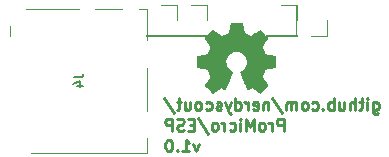
<source format=gbr>
G04 #@! TF.GenerationSoftware,KiCad,Pcbnew,5.1.5+dfsg1-2build2*
G04 #@! TF.CreationDate,2021-03-15T22:22:59+01:00*
G04 #@! TF.ProjectId,ProMicro_ESP,50726f4d-6963-4726-9f5f-4553502e6b69,v1.0*
G04 #@! TF.SameCoordinates,Original*
G04 #@! TF.FileFunction,Legend,Bot*
G04 #@! TF.FilePolarity,Positive*
%FSLAX46Y46*%
G04 Gerber Fmt 4.6, Leading zero omitted, Abs format (unit mm)*
G04 Created by KiCad*
%MOMM*%
%LPD*%
G04 APERTURE LIST*
%ADD10C,0.250000*%
%ADD11C,0.120000*%
%ADD12C,0.010000*%
%ADD13C,0.200000*%
G04 APERTURE END LIST*
D10*
X151274404Y-89475714D02*
X151274404Y-90285238D01*
X151322023Y-90380476D01*
X151369642Y-90428095D01*
X151464880Y-90475714D01*
X151607738Y-90475714D01*
X151702976Y-90428095D01*
X151274404Y-90094761D02*
X151369642Y-90142380D01*
X151560119Y-90142380D01*
X151655357Y-90094761D01*
X151702976Y-90047142D01*
X151750595Y-89951904D01*
X151750595Y-89666190D01*
X151702976Y-89570952D01*
X151655357Y-89523333D01*
X151560119Y-89475714D01*
X151369642Y-89475714D01*
X151274404Y-89523333D01*
X150798214Y-90142380D02*
X150798214Y-89475714D01*
X150798214Y-89142380D02*
X150845833Y-89190000D01*
X150798214Y-89237619D01*
X150750595Y-89190000D01*
X150798214Y-89142380D01*
X150798214Y-89237619D01*
X150464880Y-89475714D02*
X150083928Y-89475714D01*
X150322023Y-89142380D02*
X150322023Y-89999523D01*
X150274404Y-90094761D01*
X150179166Y-90142380D01*
X150083928Y-90142380D01*
X149750595Y-90142380D02*
X149750595Y-89142380D01*
X149322023Y-90142380D02*
X149322023Y-89618571D01*
X149369642Y-89523333D01*
X149464880Y-89475714D01*
X149607738Y-89475714D01*
X149702976Y-89523333D01*
X149750595Y-89570952D01*
X148417261Y-89475714D02*
X148417261Y-90142380D01*
X148845833Y-89475714D02*
X148845833Y-89999523D01*
X148798214Y-90094761D01*
X148702976Y-90142380D01*
X148560119Y-90142380D01*
X148464880Y-90094761D01*
X148417261Y-90047142D01*
X147941071Y-90142380D02*
X147941071Y-89142380D01*
X147941071Y-89523333D02*
X147845833Y-89475714D01*
X147655357Y-89475714D01*
X147560119Y-89523333D01*
X147512500Y-89570952D01*
X147464880Y-89666190D01*
X147464880Y-89951904D01*
X147512500Y-90047142D01*
X147560119Y-90094761D01*
X147655357Y-90142380D01*
X147845833Y-90142380D01*
X147941071Y-90094761D01*
X147036309Y-90047142D02*
X146988690Y-90094761D01*
X147036309Y-90142380D01*
X147083928Y-90094761D01*
X147036309Y-90047142D01*
X147036309Y-90142380D01*
X146131547Y-90094761D02*
X146226785Y-90142380D01*
X146417261Y-90142380D01*
X146512500Y-90094761D01*
X146560119Y-90047142D01*
X146607738Y-89951904D01*
X146607738Y-89666190D01*
X146560119Y-89570952D01*
X146512500Y-89523333D01*
X146417261Y-89475714D01*
X146226785Y-89475714D01*
X146131547Y-89523333D01*
X145560119Y-90142380D02*
X145655357Y-90094761D01*
X145702976Y-90047142D01*
X145750595Y-89951904D01*
X145750595Y-89666190D01*
X145702976Y-89570952D01*
X145655357Y-89523333D01*
X145560119Y-89475714D01*
X145417261Y-89475714D01*
X145322023Y-89523333D01*
X145274404Y-89570952D01*
X145226785Y-89666190D01*
X145226785Y-89951904D01*
X145274404Y-90047142D01*
X145322023Y-90094761D01*
X145417261Y-90142380D01*
X145560119Y-90142380D01*
X144798214Y-90142380D02*
X144798214Y-89475714D01*
X144798214Y-89570952D02*
X144750595Y-89523333D01*
X144655357Y-89475714D01*
X144512500Y-89475714D01*
X144417261Y-89523333D01*
X144369642Y-89618571D01*
X144369642Y-90142380D01*
X144369642Y-89618571D02*
X144322023Y-89523333D01*
X144226785Y-89475714D01*
X144083928Y-89475714D01*
X143988690Y-89523333D01*
X143941071Y-89618571D01*
X143941071Y-90142380D01*
X142750595Y-89094761D02*
X143607738Y-90380476D01*
X142417261Y-89475714D02*
X142417261Y-90142380D01*
X142417261Y-89570952D02*
X142369642Y-89523333D01*
X142274404Y-89475714D01*
X142131547Y-89475714D01*
X142036309Y-89523333D01*
X141988690Y-89618571D01*
X141988690Y-90142380D01*
X141131547Y-90094761D02*
X141226785Y-90142380D01*
X141417261Y-90142380D01*
X141512500Y-90094761D01*
X141560119Y-89999523D01*
X141560119Y-89618571D01*
X141512500Y-89523333D01*
X141417261Y-89475714D01*
X141226785Y-89475714D01*
X141131547Y-89523333D01*
X141083928Y-89618571D01*
X141083928Y-89713809D01*
X141560119Y-89809047D01*
X140655357Y-90142380D02*
X140655357Y-89475714D01*
X140655357Y-89666190D02*
X140607738Y-89570952D01*
X140560119Y-89523333D01*
X140464880Y-89475714D01*
X140369642Y-89475714D01*
X139607738Y-90142380D02*
X139607738Y-89142380D01*
X139607738Y-90094761D02*
X139702976Y-90142380D01*
X139893452Y-90142380D01*
X139988690Y-90094761D01*
X140036309Y-90047142D01*
X140083928Y-89951904D01*
X140083928Y-89666190D01*
X140036309Y-89570952D01*
X139988690Y-89523333D01*
X139893452Y-89475714D01*
X139702976Y-89475714D01*
X139607738Y-89523333D01*
X139226785Y-89475714D02*
X138988690Y-90142380D01*
X138750595Y-89475714D02*
X138988690Y-90142380D01*
X139083928Y-90380476D01*
X139131547Y-90428095D01*
X139226785Y-90475714D01*
X138417261Y-90094761D02*
X138322023Y-90142380D01*
X138131547Y-90142380D01*
X138036309Y-90094761D01*
X137988690Y-89999523D01*
X137988690Y-89951904D01*
X138036309Y-89856666D01*
X138131547Y-89809047D01*
X138274404Y-89809047D01*
X138369642Y-89761428D01*
X138417261Y-89666190D01*
X138417261Y-89618571D01*
X138369642Y-89523333D01*
X138274404Y-89475714D01*
X138131547Y-89475714D01*
X138036309Y-89523333D01*
X137131547Y-90094761D02*
X137226785Y-90142380D01*
X137417261Y-90142380D01*
X137512500Y-90094761D01*
X137560119Y-90047142D01*
X137607738Y-89951904D01*
X137607738Y-89666190D01*
X137560119Y-89570952D01*
X137512500Y-89523333D01*
X137417261Y-89475714D01*
X137226785Y-89475714D01*
X137131547Y-89523333D01*
X136560119Y-90142380D02*
X136655357Y-90094761D01*
X136702976Y-90047142D01*
X136750595Y-89951904D01*
X136750595Y-89666190D01*
X136702976Y-89570952D01*
X136655357Y-89523333D01*
X136560119Y-89475714D01*
X136417261Y-89475714D01*
X136322023Y-89523333D01*
X136274404Y-89570952D01*
X136226785Y-89666190D01*
X136226785Y-89951904D01*
X136274404Y-90047142D01*
X136322023Y-90094761D01*
X136417261Y-90142380D01*
X136560119Y-90142380D01*
X135369642Y-89475714D02*
X135369642Y-90142380D01*
X135798214Y-89475714D02*
X135798214Y-89999523D01*
X135750595Y-90094761D01*
X135655357Y-90142380D01*
X135512500Y-90142380D01*
X135417261Y-90094761D01*
X135369642Y-90047142D01*
X135036309Y-89475714D02*
X134655357Y-89475714D01*
X134893452Y-89142380D02*
X134893452Y-89999523D01*
X134845833Y-90094761D01*
X134750595Y-90142380D01*
X134655357Y-90142380D01*
X133607738Y-89094761D02*
X134464880Y-90380476D01*
X143702976Y-91892380D02*
X143702976Y-90892380D01*
X143322023Y-90892380D01*
X143226785Y-90940000D01*
X143179166Y-90987619D01*
X143131547Y-91082857D01*
X143131547Y-91225714D01*
X143179166Y-91320952D01*
X143226785Y-91368571D01*
X143322023Y-91416190D01*
X143702976Y-91416190D01*
X142702976Y-91892380D02*
X142702976Y-91225714D01*
X142702976Y-91416190D02*
X142655357Y-91320952D01*
X142607738Y-91273333D01*
X142512500Y-91225714D01*
X142417261Y-91225714D01*
X141941071Y-91892380D02*
X142036309Y-91844761D01*
X142083928Y-91797142D01*
X142131547Y-91701904D01*
X142131547Y-91416190D01*
X142083928Y-91320952D01*
X142036309Y-91273333D01*
X141941071Y-91225714D01*
X141798214Y-91225714D01*
X141702976Y-91273333D01*
X141655357Y-91320952D01*
X141607738Y-91416190D01*
X141607738Y-91701904D01*
X141655357Y-91797142D01*
X141702976Y-91844761D01*
X141798214Y-91892380D01*
X141941071Y-91892380D01*
X141179166Y-91892380D02*
X141179166Y-90892380D01*
X140845833Y-91606666D01*
X140512500Y-90892380D01*
X140512500Y-91892380D01*
X140036309Y-91892380D02*
X140036309Y-91225714D01*
X140036309Y-90892380D02*
X140083928Y-90940000D01*
X140036309Y-90987619D01*
X139988690Y-90940000D01*
X140036309Y-90892380D01*
X140036309Y-90987619D01*
X139131547Y-91844761D02*
X139226785Y-91892380D01*
X139417261Y-91892380D01*
X139512500Y-91844761D01*
X139560119Y-91797142D01*
X139607738Y-91701904D01*
X139607738Y-91416190D01*
X139560119Y-91320952D01*
X139512500Y-91273333D01*
X139417261Y-91225714D01*
X139226785Y-91225714D01*
X139131547Y-91273333D01*
X138702976Y-91892380D02*
X138702976Y-91225714D01*
X138702976Y-91416190D02*
X138655357Y-91320952D01*
X138607738Y-91273333D01*
X138512500Y-91225714D01*
X138417261Y-91225714D01*
X137941071Y-91892380D02*
X138036309Y-91844761D01*
X138083928Y-91797142D01*
X138131547Y-91701904D01*
X138131547Y-91416190D01*
X138083928Y-91320952D01*
X138036309Y-91273333D01*
X137941071Y-91225714D01*
X137798214Y-91225714D01*
X137702976Y-91273333D01*
X137655357Y-91320952D01*
X137607738Y-91416190D01*
X137607738Y-91701904D01*
X137655357Y-91797142D01*
X137702976Y-91844761D01*
X137798214Y-91892380D01*
X137941071Y-91892380D01*
X136464880Y-90844761D02*
X137322023Y-92130476D01*
X136131547Y-91368571D02*
X135798214Y-91368571D01*
X135655357Y-91892380D02*
X136131547Y-91892380D01*
X136131547Y-90892380D01*
X135655357Y-90892380D01*
X135274404Y-91844761D02*
X135131547Y-91892380D01*
X134893452Y-91892380D01*
X134798214Y-91844761D01*
X134750595Y-91797142D01*
X134702976Y-91701904D01*
X134702976Y-91606666D01*
X134750595Y-91511428D01*
X134798214Y-91463809D01*
X134893452Y-91416190D01*
X135083928Y-91368571D01*
X135179166Y-91320952D01*
X135226785Y-91273333D01*
X135274404Y-91178095D01*
X135274404Y-91082857D01*
X135226785Y-90987619D01*
X135179166Y-90940000D01*
X135083928Y-90892380D01*
X134845833Y-90892380D01*
X134702976Y-90940000D01*
X134274404Y-91892380D02*
X134274404Y-90892380D01*
X133893452Y-90892380D01*
X133798214Y-90940000D01*
X133750595Y-90987619D01*
X133702976Y-91082857D01*
X133702976Y-91225714D01*
X133750595Y-91320952D01*
X133798214Y-91368571D01*
X133893452Y-91416190D01*
X134274404Y-91416190D01*
X136512500Y-92975714D02*
X136274404Y-93642380D01*
X136036309Y-92975714D01*
X135131547Y-93642380D02*
X135702976Y-93642380D01*
X135417261Y-93642380D02*
X135417261Y-92642380D01*
X135512500Y-92785238D01*
X135607738Y-92880476D01*
X135702976Y-92928095D01*
X134702976Y-93547142D02*
X134655357Y-93594761D01*
X134702976Y-93642380D01*
X134750595Y-93594761D01*
X134702976Y-93547142D01*
X134702976Y-93642380D01*
X134036309Y-92642380D02*
X133941071Y-92642380D01*
X133845833Y-92690000D01*
X133798214Y-92737619D01*
X133750595Y-92832857D01*
X133702976Y-93023333D01*
X133702976Y-93261428D01*
X133750595Y-93451904D01*
X133798214Y-93547142D01*
X133845833Y-93594761D01*
X133941071Y-93642380D01*
X134036309Y-93642380D01*
X134131547Y-93594761D01*
X134179166Y-93547142D01*
X134226785Y-93451904D01*
X134274404Y-93261428D01*
X134274404Y-93023333D01*
X134226785Y-92832857D01*
X134179166Y-92737619D01*
X134131547Y-92690000D01*
X134036309Y-92642380D01*
D11*
X137220000Y-81220000D02*
X135890000Y-81220000D01*
X137220000Y-82550000D02*
X137220000Y-81220000D01*
X137220000Y-83820000D02*
X134560000Y-83820000D01*
X134560000Y-83820000D02*
X134560000Y-83880000D01*
X137220000Y-83820000D02*
X137220000Y-83880000D01*
X137220000Y-83880000D02*
X134560000Y-83880000D01*
X134680000Y-81220000D02*
X133350000Y-81220000D01*
X134680000Y-82550000D02*
X134680000Y-81220000D01*
X134680000Y-83820000D02*
X132020000Y-83820000D01*
X132020000Y-83820000D02*
X132020000Y-83880000D01*
X134680000Y-83820000D02*
X134680000Y-83880000D01*
X134680000Y-83880000D02*
X132020000Y-83880000D01*
X144840000Y-81220000D02*
X143510000Y-81220000D01*
X144840000Y-82550000D02*
X144840000Y-81220000D01*
X144840000Y-83820000D02*
X142180000Y-83820000D01*
X142180000Y-83820000D02*
X142180000Y-83880000D01*
X144840000Y-83820000D02*
X144840000Y-83880000D01*
X144840000Y-83880000D02*
X142180000Y-83880000D01*
X147380000Y-83880000D02*
X147380000Y-82550000D01*
X146050000Y-83880000D02*
X147380000Y-83880000D01*
X144780000Y-83880000D02*
X144780000Y-81220000D01*
X144780000Y-81220000D02*
X144720000Y-81220000D01*
X144780000Y-83880000D02*
X144720000Y-83880000D01*
X144720000Y-83880000D02*
X144720000Y-81220000D01*
X120545000Y-83040000D02*
X120545000Y-83900000D01*
X132185000Y-93740000D02*
X122365000Y-93740000D01*
X132185000Y-92510000D02*
X132185000Y-93740000D01*
X132185000Y-86540000D02*
X132185000Y-90210000D01*
X132185000Y-81560000D02*
X132185000Y-84240000D01*
X131465000Y-81560000D02*
X132185000Y-81560000D01*
X127765000Y-81560000D02*
X130065000Y-81560000D01*
X121915000Y-81560000D02*
X126365000Y-81560000D01*
D12*
G36*
X139144186Y-83193931D02*
G01*
X139060365Y-83638555D01*
X138751080Y-83766053D01*
X138441794Y-83893551D01*
X138070754Y-83641246D01*
X137966843Y-83570996D01*
X137872913Y-83508272D01*
X137793348Y-83455938D01*
X137732530Y-83416857D01*
X137694843Y-83393893D01*
X137684579Y-83388942D01*
X137666090Y-83401676D01*
X137626580Y-83436882D01*
X137570478Y-83490062D01*
X137502213Y-83556718D01*
X137426214Y-83632354D01*
X137346908Y-83712472D01*
X137268725Y-83792574D01*
X137196093Y-83868164D01*
X137133441Y-83934745D01*
X137085197Y-83987818D01*
X137055790Y-84022887D01*
X137048759Y-84034623D01*
X137058877Y-84056260D01*
X137087241Y-84103662D01*
X137130871Y-84172193D01*
X137186782Y-84257215D01*
X137251994Y-84354093D01*
X137289781Y-84409350D01*
X137358657Y-84510248D01*
X137419860Y-84601299D01*
X137470422Y-84677970D01*
X137507372Y-84735728D01*
X137527742Y-84770043D01*
X137530803Y-84777254D01*
X137523864Y-84797748D01*
X137504949Y-84845513D01*
X137476913Y-84913832D01*
X137442609Y-84995989D01*
X137404891Y-85085270D01*
X137366613Y-85174958D01*
X137330630Y-85258338D01*
X137299794Y-85328694D01*
X137276961Y-85379310D01*
X137264983Y-85403471D01*
X137264276Y-85404422D01*
X137245469Y-85409036D01*
X137195382Y-85419328D01*
X137119207Y-85434287D01*
X137022135Y-85452901D01*
X136909357Y-85474159D01*
X136843558Y-85486418D01*
X136723050Y-85509362D01*
X136614203Y-85531195D01*
X136522524Y-85550722D01*
X136453519Y-85566748D01*
X136412696Y-85578079D01*
X136404489Y-85581674D01*
X136396452Y-85606006D01*
X136389967Y-85660959D01*
X136385030Y-85740108D01*
X136381636Y-85837026D01*
X136379782Y-85945287D01*
X136379462Y-86058465D01*
X136380673Y-86170135D01*
X136383410Y-86273868D01*
X136387669Y-86363241D01*
X136393445Y-86431826D01*
X136400733Y-86473197D01*
X136405105Y-86481810D01*
X136431236Y-86492133D01*
X136486607Y-86506892D01*
X136563893Y-86524352D01*
X136655770Y-86542780D01*
X136687842Y-86548741D01*
X136842476Y-86577066D01*
X136964625Y-86599876D01*
X137058327Y-86618080D01*
X137127616Y-86632583D01*
X137176529Y-86644292D01*
X137209103Y-86654115D01*
X137229372Y-86662956D01*
X137241374Y-86671724D01*
X137243053Y-86673457D01*
X137259816Y-86701371D01*
X137285386Y-86755695D01*
X137317212Y-86829777D01*
X137352740Y-86916965D01*
X137389417Y-87010608D01*
X137424689Y-87104052D01*
X137456004Y-87190647D01*
X137480807Y-87263740D01*
X137496546Y-87316678D01*
X137500668Y-87342811D01*
X137500324Y-87343726D01*
X137486359Y-87365086D01*
X137454678Y-87412084D01*
X137408609Y-87479827D01*
X137351482Y-87563423D01*
X137286627Y-87657982D01*
X137268157Y-87684854D01*
X137202301Y-87782275D01*
X137144350Y-87871163D01*
X137097462Y-87946412D01*
X137064793Y-88002920D01*
X137049500Y-88035581D01*
X137048759Y-88039593D01*
X137061608Y-88060684D01*
X137097112Y-88102464D01*
X137150707Y-88160445D01*
X137217829Y-88230135D01*
X137293913Y-88307045D01*
X137374396Y-88386683D01*
X137454713Y-88464561D01*
X137530301Y-88536186D01*
X137596595Y-88597070D01*
X137649031Y-88642721D01*
X137683045Y-88668650D01*
X137692455Y-88672883D01*
X137714357Y-88662912D01*
X137759200Y-88636020D01*
X137819679Y-88596736D01*
X137866211Y-88565117D01*
X137950525Y-88507098D01*
X138050374Y-88438784D01*
X138150527Y-88370579D01*
X138204373Y-88334075D01*
X138386629Y-88210800D01*
X138539619Y-88293520D01*
X138609318Y-88329759D01*
X138668586Y-88357926D01*
X138708689Y-88373991D01*
X138718897Y-88376226D01*
X138731171Y-88359722D01*
X138755387Y-88313082D01*
X138789737Y-88240609D01*
X138832412Y-88146606D01*
X138881606Y-88035374D01*
X138935510Y-87911215D01*
X138992316Y-87778432D01*
X139050218Y-87641327D01*
X139107407Y-87504202D01*
X139162076Y-87371358D01*
X139212416Y-87247098D01*
X139256620Y-87135725D01*
X139292881Y-87041539D01*
X139319391Y-86968844D01*
X139334342Y-86921941D01*
X139336746Y-86905833D01*
X139317689Y-86885286D01*
X139275964Y-86851933D01*
X139220294Y-86812702D01*
X139215622Y-86809599D01*
X139071736Y-86694423D01*
X138955717Y-86560053D01*
X138868570Y-86410784D01*
X138811301Y-86250913D01*
X138784914Y-86084737D01*
X138790415Y-85916552D01*
X138828810Y-85750655D01*
X138901105Y-85591342D01*
X138922374Y-85556487D01*
X139033004Y-85415737D01*
X139163698Y-85302714D01*
X139309936Y-85218003D01*
X139467192Y-85162194D01*
X139630943Y-85135874D01*
X139796667Y-85139630D01*
X139959838Y-85174050D01*
X140115935Y-85239723D01*
X140260433Y-85337235D01*
X140305131Y-85376813D01*
X140418888Y-85500703D01*
X140501782Y-85631124D01*
X140558644Y-85777315D01*
X140590313Y-85922088D01*
X140598131Y-86084860D01*
X140572062Y-86248440D01*
X140514755Y-86407298D01*
X140428856Y-86555906D01*
X140317014Y-86688735D01*
X140181877Y-86800256D01*
X140164117Y-86812011D01*
X140107850Y-86850508D01*
X140065077Y-86883863D01*
X140044628Y-86905160D01*
X140044331Y-86905833D01*
X140048721Y-86928871D01*
X140066124Y-86981157D01*
X140094732Y-87058390D01*
X140132735Y-87156268D01*
X140178326Y-87270491D01*
X140229697Y-87396758D01*
X140285038Y-87530767D01*
X140342542Y-87668218D01*
X140400399Y-87804808D01*
X140456802Y-87936237D01*
X140509942Y-88058205D01*
X140558010Y-88166409D01*
X140599199Y-88256549D01*
X140631699Y-88324323D01*
X140653703Y-88365430D01*
X140662564Y-88376226D01*
X140689640Y-88367819D01*
X140740303Y-88345272D01*
X140805817Y-88312613D01*
X140841841Y-88293520D01*
X140994832Y-88210800D01*
X141177088Y-88334075D01*
X141270125Y-88397228D01*
X141371985Y-88466727D01*
X141467438Y-88532165D01*
X141515250Y-88565117D01*
X141582495Y-88610273D01*
X141639436Y-88646057D01*
X141678646Y-88667938D01*
X141691381Y-88672563D01*
X141709917Y-88660085D01*
X141750941Y-88625252D01*
X141810475Y-88571678D01*
X141884542Y-88502983D01*
X141969165Y-88422781D01*
X142022685Y-88371286D01*
X142116319Y-88279286D01*
X142197241Y-88196999D01*
X142262177Y-88127945D01*
X142307858Y-88075644D01*
X142331011Y-88043616D01*
X142333232Y-88037116D01*
X142322924Y-88012394D01*
X142294439Y-87962405D01*
X142250937Y-87892212D01*
X142195577Y-87806875D01*
X142131520Y-87711456D01*
X142113303Y-87684854D01*
X142046927Y-87588167D01*
X141987378Y-87501117D01*
X141937984Y-87428595D01*
X141902075Y-87375493D01*
X141882981Y-87346703D01*
X141881136Y-87343726D01*
X141883895Y-87320782D01*
X141898538Y-87270336D01*
X141922513Y-87199041D01*
X141953266Y-87113547D01*
X141988244Y-87020507D01*
X142024893Y-86926574D01*
X142060661Y-86838399D01*
X142092994Y-86762634D01*
X142119338Y-86705931D01*
X142137142Y-86674943D01*
X142138407Y-86673457D01*
X142149294Y-86664601D01*
X142167682Y-86655843D01*
X142197606Y-86646277D01*
X142243103Y-86634996D01*
X142308209Y-86621093D01*
X142396961Y-86603663D01*
X142513393Y-86581798D01*
X142661542Y-86554591D01*
X142693618Y-86548741D01*
X142788686Y-86530374D01*
X142871565Y-86512405D01*
X142934930Y-86496569D01*
X142971458Y-86484600D01*
X142976356Y-86481810D01*
X142984427Y-86457072D01*
X142990987Y-86401790D01*
X142996033Y-86322389D01*
X142999559Y-86225296D01*
X143001561Y-86116938D01*
X143002036Y-86003740D01*
X143000977Y-85892128D01*
X142998382Y-85788529D01*
X142994246Y-85699368D01*
X142988563Y-85631072D01*
X142981331Y-85590066D01*
X142976971Y-85581674D01*
X142952698Y-85573208D01*
X142897426Y-85559435D01*
X142816662Y-85541550D01*
X142715912Y-85520748D01*
X142600683Y-85498223D01*
X142537902Y-85486418D01*
X142418787Y-85464151D01*
X142312565Y-85443979D01*
X142224427Y-85426915D01*
X142159566Y-85413969D01*
X142123174Y-85406155D01*
X142117184Y-85404422D01*
X142107061Y-85384890D01*
X142085662Y-85337843D01*
X142055839Y-85270003D01*
X142020445Y-85188091D01*
X141982332Y-85098828D01*
X141944353Y-85008935D01*
X141909360Y-84925135D01*
X141880206Y-84854147D01*
X141859743Y-84802694D01*
X141850823Y-84777497D01*
X141850657Y-84776396D01*
X141860769Y-84756519D01*
X141889117Y-84710777D01*
X141932723Y-84643717D01*
X141988606Y-84559884D01*
X142053787Y-84463826D01*
X142091679Y-84408650D01*
X142160725Y-84307481D01*
X142222050Y-84215630D01*
X142272663Y-84137744D01*
X142309571Y-84078469D01*
X142329782Y-84042451D01*
X142332701Y-84034377D01*
X142320153Y-84015584D01*
X142285463Y-83975457D01*
X142233063Y-83918493D01*
X142167384Y-83849185D01*
X142092856Y-83772031D01*
X142013913Y-83691525D01*
X141934983Y-83612163D01*
X141860500Y-83538440D01*
X141794894Y-83474852D01*
X141742596Y-83425894D01*
X141708039Y-83396061D01*
X141696478Y-83388942D01*
X141677654Y-83398953D01*
X141632631Y-83427078D01*
X141565787Y-83470454D01*
X141481499Y-83526218D01*
X141384144Y-83591506D01*
X141310707Y-83641246D01*
X140939667Y-83893551D01*
X140321095Y-83638555D01*
X140237275Y-83193931D01*
X140153454Y-82749307D01*
X139228006Y-82749307D01*
X139144186Y-83193931D01*
G37*
X139144186Y-83193931D02*
X139060365Y-83638555D01*
X138751080Y-83766053D01*
X138441794Y-83893551D01*
X138070754Y-83641246D01*
X137966843Y-83570996D01*
X137872913Y-83508272D01*
X137793348Y-83455938D01*
X137732530Y-83416857D01*
X137694843Y-83393893D01*
X137684579Y-83388942D01*
X137666090Y-83401676D01*
X137626580Y-83436882D01*
X137570478Y-83490062D01*
X137502213Y-83556718D01*
X137426214Y-83632354D01*
X137346908Y-83712472D01*
X137268725Y-83792574D01*
X137196093Y-83868164D01*
X137133441Y-83934745D01*
X137085197Y-83987818D01*
X137055790Y-84022887D01*
X137048759Y-84034623D01*
X137058877Y-84056260D01*
X137087241Y-84103662D01*
X137130871Y-84172193D01*
X137186782Y-84257215D01*
X137251994Y-84354093D01*
X137289781Y-84409350D01*
X137358657Y-84510248D01*
X137419860Y-84601299D01*
X137470422Y-84677970D01*
X137507372Y-84735728D01*
X137527742Y-84770043D01*
X137530803Y-84777254D01*
X137523864Y-84797748D01*
X137504949Y-84845513D01*
X137476913Y-84913832D01*
X137442609Y-84995989D01*
X137404891Y-85085270D01*
X137366613Y-85174958D01*
X137330630Y-85258338D01*
X137299794Y-85328694D01*
X137276961Y-85379310D01*
X137264983Y-85403471D01*
X137264276Y-85404422D01*
X137245469Y-85409036D01*
X137195382Y-85419328D01*
X137119207Y-85434287D01*
X137022135Y-85452901D01*
X136909357Y-85474159D01*
X136843558Y-85486418D01*
X136723050Y-85509362D01*
X136614203Y-85531195D01*
X136522524Y-85550722D01*
X136453519Y-85566748D01*
X136412696Y-85578079D01*
X136404489Y-85581674D01*
X136396452Y-85606006D01*
X136389967Y-85660959D01*
X136385030Y-85740108D01*
X136381636Y-85837026D01*
X136379782Y-85945287D01*
X136379462Y-86058465D01*
X136380673Y-86170135D01*
X136383410Y-86273868D01*
X136387669Y-86363241D01*
X136393445Y-86431826D01*
X136400733Y-86473197D01*
X136405105Y-86481810D01*
X136431236Y-86492133D01*
X136486607Y-86506892D01*
X136563893Y-86524352D01*
X136655770Y-86542780D01*
X136687842Y-86548741D01*
X136842476Y-86577066D01*
X136964625Y-86599876D01*
X137058327Y-86618080D01*
X137127616Y-86632583D01*
X137176529Y-86644292D01*
X137209103Y-86654115D01*
X137229372Y-86662956D01*
X137241374Y-86671724D01*
X137243053Y-86673457D01*
X137259816Y-86701371D01*
X137285386Y-86755695D01*
X137317212Y-86829777D01*
X137352740Y-86916965D01*
X137389417Y-87010608D01*
X137424689Y-87104052D01*
X137456004Y-87190647D01*
X137480807Y-87263740D01*
X137496546Y-87316678D01*
X137500668Y-87342811D01*
X137500324Y-87343726D01*
X137486359Y-87365086D01*
X137454678Y-87412084D01*
X137408609Y-87479827D01*
X137351482Y-87563423D01*
X137286627Y-87657982D01*
X137268157Y-87684854D01*
X137202301Y-87782275D01*
X137144350Y-87871163D01*
X137097462Y-87946412D01*
X137064793Y-88002920D01*
X137049500Y-88035581D01*
X137048759Y-88039593D01*
X137061608Y-88060684D01*
X137097112Y-88102464D01*
X137150707Y-88160445D01*
X137217829Y-88230135D01*
X137293913Y-88307045D01*
X137374396Y-88386683D01*
X137454713Y-88464561D01*
X137530301Y-88536186D01*
X137596595Y-88597070D01*
X137649031Y-88642721D01*
X137683045Y-88668650D01*
X137692455Y-88672883D01*
X137714357Y-88662912D01*
X137759200Y-88636020D01*
X137819679Y-88596736D01*
X137866211Y-88565117D01*
X137950525Y-88507098D01*
X138050374Y-88438784D01*
X138150527Y-88370579D01*
X138204373Y-88334075D01*
X138386629Y-88210800D01*
X138539619Y-88293520D01*
X138609318Y-88329759D01*
X138668586Y-88357926D01*
X138708689Y-88373991D01*
X138718897Y-88376226D01*
X138731171Y-88359722D01*
X138755387Y-88313082D01*
X138789737Y-88240609D01*
X138832412Y-88146606D01*
X138881606Y-88035374D01*
X138935510Y-87911215D01*
X138992316Y-87778432D01*
X139050218Y-87641327D01*
X139107407Y-87504202D01*
X139162076Y-87371358D01*
X139212416Y-87247098D01*
X139256620Y-87135725D01*
X139292881Y-87041539D01*
X139319391Y-86968844D01*
X139334342Y-86921941D01*
X139336746Y-86905833D01*
X139317689Y-86885286D01*
X139275964Y-86851933D01*
X139220294Y-86812702D01*
X139215622Y-86809599D01*
X139071736Y-86694423D01*
X138955717Y-86560053D01*
X138868570Y-86410784D01*
X138811301Y-86250913D01*
X138784914Y-86084737D01*
X138790415Y-85916552D01*
X138828810Y-85750655D01*
X138901105Y-85591342D01*
X138922374Y-85556487D01*
X139033004Y-85415737D01*
X139163698Y-85302714D01*
X139309936Y-85218003D01*
X139467192Y-85162194D01*
X139630943Y-85135874D01*
X139796667Y-85139630D01*
X139959838Y-85174050D01*
X140115935Y-85239723D01*
X140260433Y-85337235D01*
X140305131Y-85376813D01*
X140418888Y-85500703D01*
X140501782Y-85631124D01*
X140558644Y-85777315D01*
X140590313Y-85922088D01*
X140598131Y-86084860D01*
X140572062Y-86248440D01*
X140514755Y-86407298D01*
X140428856Y-86555906D01*
X140317014Y-86688735D01*
X140181877Y-86800256D01*
X140164117Y-86812011D01*
X140107850Y-86850508D01*
X140065077Y-86883863D01*
X140044628Y-86905160D01*
X140044331Y-86905833D01*
X140048721Y-86928871D01*
X140066124Y-86981157D01*
X140094732Y-87058390D01*
X140132735Y-87156268D01*
X140178326Y-87270491D01*
X140229697Y-87396758D01*
X140285038Y-87530767D01*
X140342542Y-87668218D01*
X140400399Y-87804808D01*
X140456802Y-87936237D01*
X140509942Y-88058205D01*
X140558010Y-88166409D01*
X140599199Y-88256549D01*
X140631699Y-88324323D01*
X140653703Y-88365430D01*
X140662564Y-88376226D01*
X140689640Y-88367819D01*
X140740303Y-88345272D01*
X140805817Y-88312613D01*
X140841841Y-88293520D01*
X140994832Y-88210800D01*
X141177088Y-88334075D01*
X141270125Y-88397228D01*
X141371985Y-88466727D01*
X141467438Y-88532165D01*
X141515250Y-88565117D01*
X141582495Y-88610273D01*
X141639436Y-88646057D01*
X141678646Y-88667938D01*
X141691381Y-88672563D01*
X141709917Y-88660085D01*
X141750941Y-88625252D01*
X141810475Y-88571678D01*
X141884542Y-88502983D01*
X141969165Y-88422781D01*
X142022685Y-88371286D01*
X142116319Y-88279286D01*
X142197241Y-88196999D01*
X142262177Y-88127945D01*
X142307858Y-88075644D01*
X142331011Y-88043616D01*
X142333232Y-88037116D01*
X142322924Y-88012394D01*
X142294439Y-87962405D01*
X142250937Y-87892212D01*
X142195577Y-87806875D01*
X142131520Y-87711456D01*
X142113303Y-87684854D01*
X142046927Y-87588167D01*
X141987378Y-87501117D01*
X141937984Y-87428595D01*
X141902075Y-87375493D01*
X141882981Y-87346703D01*
X141881136Y-87343726D01*
X141883895Y-87320782D01*
X141898538Y-87270336D01*
X141922513Y-87199041D01*
X141953266Y-87113547D01*
X141988244Y-87020507D01*
X142024893Y-86926574D01*
X142060661Y-86838399D01*
X142092994Y-86762634D01*
X142119338Y-86705931D01*
X142137142Y-86674943D01*
X142138407Y-86673457D01*
X142149294Y-86664601D01*
X142167682Y-86655843D01*
X142197606Y-86646277D01*
X142243103Y-86634996D01*
X142308209Y-86621093D01*
X142396961Y-86603663D01*
X142513393Y-86581798D01*
X142661542Y-86554591D01*
X142693618Y-86548741D01*
X142788686Y-86530374D01*
X142871565Y-86512405D01*
X142934930Y-86496569D01*
X142971458Y-86484600D01*
X142976356Y-86481810D01*
X142984427Y-86457072D01*
X142990987Y-86401790D01*
X142996033Y-86322389D01*
X142999559Y-86225296D01*
X143001561Y-86116938D01*
X143002036Y-86003740D01*
X143000977Y-85892128D01*
X142998382Y-85788529D01*
X142994246Y-85699368D01*
X142988563Y-85631072D01*
X142981331Y-85590066D01*
X142976971Y-85581674D01*
X142952698Y-85573208D01*
X142897426Y-85559435D01*
X142816662Y-85541550D01*
X142715912Y-85520748D01*
X142600683Y-85498223D01*
X142537902Y-85486418D01*
X142418787Y-85464151D01*
X142312565Y-85443979D01*
X142224427Y-85426915D01*
X142159566Y-85413969D01*
X142123174Y-85406155D01*
X142117184Y-85404422D01*
X142107061Y-85384890D01*
X142085662Y-85337843D01*
X142055839Y-85270003D01*
X142020445Y-85188091D01*
X141982332Y-85098828D01*
X141944353Y-85008935D01*
X141909360Y-84925135D01*
X141880206Y-84854147D01*
X141859743Y-84802694D01*
X141850823Y-84777497D01*
X141850657Y-84776396D01*
X141860769Y-84756519D01*
X141889117Y-84710777D01*
X141932723Y-84643717D01*
X141988606Y-84559884D01*
X142053787Y-84463826D01*
X142091679Y-84408650D01*
X142160725Y-84307481D01*
X142222050Y-84215630D01*
X142272663Y-84137744D01*
X142309571Y-84078469D01*
X142329782Y-84042451D01*
X142332701Y-84034377D01*
X142320153Y-84015584D01*
X142285463Y-83975457D01*
X142233063Y-83918493D01*
X142167384Y-83849185D01*
X142092856Y-83772031D01*
X142013913Y-83691525D01*
X141934983Y-83612163D01*
X141860500Y-83538440D01*
X141794894Y-83474852D01*
X141742596Y-83425894D01*
X141708039Y-83396061D01*
X141696478Y-83388942D01*
X141677654Y-83398953D01*
X141632631Y-83427078D01*
X141565787Y-83470454D01*
X141481499Y-83526218D01*
X141384144Y-83591506D01*
X141310707Y-83641246D01*
X140939667Y-83893551D01*
X140321095Y-83638555D01*
X140237275Y-83193931D01*
X140153454Y-82749307D01*
X139228006Y-82749307D01*
X139144186Y-83193931D01*
D13*
X125926904Y-87363333D02*
X126498333Y-87363333D01*
X126612619Y-87325238D01*
X126688809Y-87249047D01*
X126726904Y-87134761D01*
X126726904Y-87058571D01*
X126193571Y-88087142D02*
X126726904Y-88087142D01*
X125888809Y-87896666D02*
X126460238Y-87706190D01*
X126460238Y-88201428D01*
M02*

</source>
